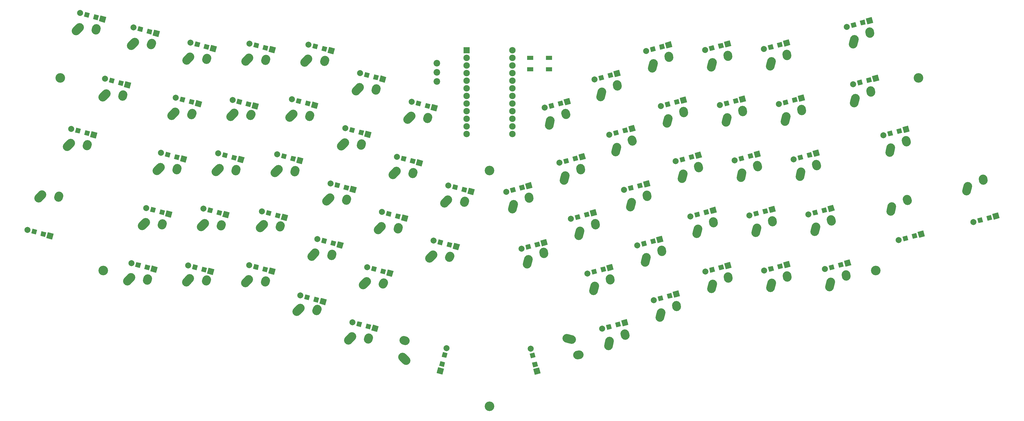
<source format=gbr>
%TF.GenerationSoftware,KiCad,Pcbnew,4.0.7*%
%TF.CreationDate,2018-09-12T19:18:30-05:00*%
%TF.ProjectId,ergo60tilt,6572676F363074696C742E6B69636164,rev?*%
%TF.FileFunction,Soldermask,Bot*%
%FSLAX46Y46*%
G04 Gerber Fmt 4.6, Leading zero omitted, Abs format (unit mm)*
G04 Created by KiCad (PCBNEW 4.0.7) date 09/12/18 19:18:30*
%MOMM*%
%LPD*%
G01*
G04 APERTURE LIST*
%ADD10C,0.100000*%
%ADD11C,2.000000*%
%ADD12C,3.200000*%
%ADD13C,2.900000*%
%ADD14R,2.100000X1.400000*%
%ADD15R,2.152600X2.152600*%
%ADD16C,2.152600*%
%ADD17C,2.200000*%
G04 APERTURE END LIST*
D10*
G36*
X31210839Y-18878735D02*
X30796728Y-20424216D01*
X29251247Y-20010105D01*
X29665358Y-18464624D01*
X31210839Y-18878735D01*
X31210839Y-18878735D01*
G37*
G36*
X34253505Y-19694015D02*
X33839394Y-21239496D01*
X32293913Y-20825385D01*
X32708024Y-19279904D01*
X34253505Y-19694015D01*
X34253505Y-19694015D01*
G37*
G36*
X36744232Y-20154347D02*
X36226594Y-22086199D01*
X34294742Y-21568561D01*
X34812380Y-19636709D01*
X36744232Y-20154347D01*
X36744232Y-20154347D01*
G37*
D11*
X27985265Y-18842666D03*
D10*
G36*
X49036699Y-23655159D02*
X48622588Y-25200640D01*
X47077107Y-24786529D01*
X47491218Y-23241048D01*
X49036699Y-23655159D01*
X49036699Y-23655159D01*
G37*
G36*
X52079365Y-24470439D02*
X51665254Y-26015920D01*
X50119773Y-25601809D01*
X50533884Y-24056328D01*
X52079365Y-24470439D01*
X52079365Y-24470439D01*
G37*
G36*
X54570092Y-24930771D02*
X54052454Y-26862623D01*
X52120602Y-26344985D01*
X52638240Y-24413133D01*
X54570092Y-24930771D01*
X54570092Y-24930771D01*
G37*
D11*
X45811125Y-23619090D03*
D10*
G36*
X39505974Y-40823420D02*
X39091863Y-42368901D01*
X37546382Y-41954790D01*
X37960493Y-40409309D01*
X39505974Y-40823420D01*
X39505974Y-40823420D01*
G37*
G36*
X42548640Y-41638700D02*
X42134529Y-43184181D01*
X40589048Y-42770070D01*
X41003159Y-41224589D01*
X42548640Y-41638700D01*
X42548640Y-41638700D01*
G37*
G36*
X45039367Y-42099032D02*
X44521729Y-44030884D01*
X42589877Y-43513246D01*
X43107515Y-41581394D01*
X45039367Y-42099032D01*
X45039367Y-42099032D01*
G37*
D11*
X36280400Y-40787351D03*
D10*
G36*
X28250166Y-57529447D02*
X27836055Y-59074928D01*
X26290574Y-58660817D01*
X26704685Y-57115336D01*
X28250166Y-57529447D01*
X28250166Y-57529447D01*
G37*
G36*
X31292832Y-58344727D02*
X30878721Y-59890208D01*
X29333240Y-59476097D01*
X29747351Y-57930616D01*
X31292832Y-58344727D01*
X31292832Y-58344727D01*
G37*
G36*
X33783559Y-58805059D02*
X33265921Y-60736911D01*
X31334069Y-60219273D01*
X31851707Y-58287421D01*
X33783559Y-58805059D01*
X33783559Y-58805059D01*
G37*
D11*
X25024592Y-57493378D03*
D10*
G36*
X13676146Y-91219434D02*
X13262035Y-92764915D01*
X11716554Y-92350804D01*
X12130665Y-90805323D01*
X13676146Y-91219434D01*
X13676146Y-91219434D01*
G37*
G36*
X16718812Y-92034714D02*
X16304701Y-93580195D01*
X14759220Y-93166084D01*
X15173331Y-91620603D01*
X16718812Y-92034714D01*
X16718812Y-92034714D01*
G37*
G36*
X19209539Y-92495046D02*
X18691901Y-94426898D01*
X16760049Y-93909260D01*
X17277687Y-91977408D01*
X19209539Y-92495046D01*
X19209539Y-92495046D01*
G37*
D11*
X10450572Y-91183365D03*
D10*
G36*
X68012613Y-28739740D02*
X67598502Y-30285221D01*
X66053021Y-29871110D01*
X66467132Y-28325629D01*
X68012613Y-28739740D01*
X68012613Y-28739740D01*
G37*
G36*
X71055279Y-29555020D02*
X70641168Y-31100501D01*
X69095687Y-30686390D01*
X69509798Y-29140909D01*
X71055279Y-29555020D01*
X71055279Y-29555020D01*
G37*
G36*
X73546006Y-30015352D02*
X73028368Y-31947204D01*
X71096516Y-31429566D01*
X71614154Y-29497714D01*
X73546006Y-30015352D01*
X73546006Y-30015352D01*
G37*
D11*
X64787039Y-28703671D03*
D10*
G36*
X63082109Y-47140627D02*
X62667998Y-48686108D01*
X61122517Y-48271997D01*
X61536628Y-46726516D01*
X63082109Y-47140627D01*
X63082109Y-47140627D01*
G37*
G36*
X66124775Y-47955907D02*
X65710664Y-49501388D01*
X64165183Y-49087277D01*
X64579294Y-47541796D01*
X66124775Y-47955907D01*
X66124775Y-47955907D01*
G37*
G36*
X68615502Y-48416239D02*
X68097864Y-50348091D01*
X66166012Y-49830453D01*
X66683650Y-47898601D01*
X68615502Y-48416239D01*
X68615502Y-48416239D01*
G37*
D11*
X59856535Y-47104558D03*
D10*
G36*
X58151607Y-65541514D02*
X57737496Y-67086995D01*
X56192015Y-66672884D01*
X56606126Y-65127403D01*
X58151607Y-65541514D01*
X58151607Y-65541514D01*
G37*
G36*
X61194273Y-66356794D02*
X60780162Y-67902275D01*
X59234681Y-67488164D01*
X59648792Y-65942683D01*
X61194273Y-66356794D01*
X61194273Y-66356794D01*
G37*
G36*
X63685000Y-66817126D02*
X63167362Y-68748978D01*
X61235510Y-68231340D01*
X61753148Y-66299488D01*
X63685000Y-66817126D01*
X63685000Y-66817126D01*
G37*
D11*
X54926033Y-65505445D03*
D10*
G36*
X53221104Y-83942401D02*
X52806993Y-85487882D01*
X51261512Y-85073771D01*
X51675623Y-83528290D01*
X53221104Y-83942401D01*
X53221104Y-83942401D01*
G37*
G36*
X56263770Y-84757681D02*
X55849659Y-86303162D01*
X54304178Y-85889051D01*
X54718289Y-84343570D01*
X56263770Y-84757681D01*
X56263770Y-84757681D01*
G37*
G36*
X58754497Y-85218013D02*
X58236859Y-87149865D01*
X56305007Y-86632227D01*
X56822645Y-84700375D01*
X58754497Y-85218013D01*
X58754497Y-85218013D01*
G37*
D11*
X49995530Y-83906332D03*
D10*
G36*
X48290601Y-102343288D02*
X47876490Y-103888769D01*
X46331009Y-103474658D01*
X46745120Y-101929177D01*
X48290601Y-102343288D01*
X48290601Y-102343288D01*
G37*
G36*
X51333267Y-103158568D02*
X50919156Y-104704049D01*
X49373675Y-104289938D01*
X49787786Y-102744457D01*
X51333267Y-103158568D01*
X51333267Y-103158568D01*
G37*
G36*
X53823994Y-103618900D02*
X53306356Y-105550752D01*
X51374504Y-105033114D01*
X51892142Y-103101262D01*
X53823994Y-103618900D01*
X53823994Y-103618900D01*
G37*
D11*
X45065027Y-102307219D03*
D10*
G36*
X87646125Y-29070021D02*
X87232014Y-30615502D01*
X85686533Y-30201391D01*
X86100644Y-28655910D01*
X87646125Y-29070021D01*
X87646125Y-29070021D01*
G37*
G36*
X90688791Y-29885301D02*
X90274680Y-31430782D01*
X88729199Y-31016671D01*
X89143310Y-29471190D01*
X90688791Y-29885301D01*
X90688791Y-29885301D01*
G37*
G36*
X93179518Y-30345633D02*
X92661880Y-32277485D01*
X90730028Y-31759847D01*
X91247666Y-29827995D01*
X93179518Y-30345633D01*
X93179518Y-30345633D01*
G37*
D11*
X84420551Y-29033952D03*
D10*
G36*
X81986517Y-47891857D02*
X81572406Y-49437338D01*
X80026925Y-49023227D01*
X80441036Y-47477746D01*
X81986517Y-47891857D01*
X81986517Y-47891857D01*
G37*
G36*
X85029183Y-48707137D02*
X84615072Y-50252618D01*
X83069591Y-49838507D01*
X83483702Y-48293026D01*
X85029183Y-48707137D01*
X85029183Y-48707137D01*
G37*
G36*
X87519910Y-49167469D02*
X87002272Y-51099321D01*
X85070420Y-50581683D01*
X85588058Y-48649831D01*
X87519910Y-49167469D01*
X87519910Y-49167469D01*
G37*
D11*
X78760943Y-47855788D03*
D10*
G36*
X77210093Y-65717717D02*
X76795982Y-67263198D01*
X75250501Y-66849087D01*
X75664612Y-65303606D01*
X77210093Y-65717717D01*
X77210093Y-65717717D01*
G37*
G36*
X80252759Y-66532997D02*
X79838648Y-68078478D01*
X78293167Y-67664367D01*
X78707278Y-66118886D01*
X80252759Y-66532997D01*
X80252759Y-66532997D01*
G37*
G36*
X82743486Y-66993329D02*
X82225848Y-68925181D01*
X80293996Y-68407543D01*
X80811634Y-66475691D01*
X82743486Y-66993329D01*
X82743486Y-66993329D01*
G37*
D11*
X73984519Y-65681648D03*
D10*
G36*
X72279590Y-84118603D02*
X71865479Y-85664084D01*
X70319998Y-85249973D01*
X70734109Y-83704492D01*
X72279590Y-84118603D01*
X72279590Y-84118603D01*
G37*
G36*
X75322256Y-84933883D02*
X74908145Y-86479364D01*
X73362664Y-86065253D01*
X73776775Y-84519772D01*
X75322256Y-84933883D01*
X75322256Y-84933883D01*
G37*
G36*
X77812983Y-85394215D02*
X77295345Y-87326067D01*
X75363493Y-86808429D01*
X75881131Y-84876577D01*
X77812983Y-85394215D01*
X77812983Y-85394215D01*
G37*
D11*
X69054016Y-84082534D03*
D10*
G36*
X67195008Y-103094518D02*
X66780897Y-104639999D01*
X65235416Y-104225888D01*
X65649527Y-102680407D01*
X67195008Y-103094518D01*
X67195008Y-103094518D01*
G37*
G36*
X70237674Y-103909798D02*
X69823563Y-105455279D01*
X68278082Y-105041168D01*
X68692193Y-103495687D01*
X70237674Y-103909798D01*
X70237674Y-103909798D01*
G37*
G36*
X72728401Y-104370130D02*
X72210763Y-106301982D01*
X70278911Y-105784344D01*
X70796549Y-103852492D01*
X72728401Y-104370130D01*
X72728401Y-104370130D01*
G37*
D11*
X63969434Y-103058449D03*
D10*
G36*
X107279638Y-29400302D02*
X106865527Y-30945783D01*
X105320046Y-30531672D01*
X105734157Y-28986191D01*
X107279638Y-29400302D01*
X107279638Y-29400302D01*
G37*
G36*
X110322304Y-30215582D02*
X109908193Y-31761063D01*
X108362712Y-31346952D01*
X108776823Y-29801471D01*
X110322304Y-30215582D01*
X110322304Y-30215582D01*
G37*
G36*
X112813031Y-30675914D02*
X112295393Y-32607766D01*
X110363541Y-32090128D01*
X110881179Y-30158276D01*
X112813031Y-30675914D01*
X112813031Y-30675914D01*
G37*
D11*
X104054064Y-29364233D03*
D10*
G36*
X101774108Y-47647111D02*
X101359997Y-49192592D01*
X99814516Y-48778481D01*
X100228627Y-47233000D01*
X101774108Y-47647111D01*
X101774108Y-47647111D01*
G37*
G36*
X104816774Y-48462391D02*
X104402663Y-50007872D01*
X102857182Y-49593761D01*
X103271293Y-48048280D01*
X104816774Y-48462391D01*
X104816774Y-48462391D01*
G37*
G36*
X107307501Y-48922723D02*
X106789863Y-50854575D01*
X104858011Y-50336937D01*
X105375649Y-48405085D01*
X107307501Y-48922723D01*
X107307501Y-48922723D01*
G37*
D11*
X98548534Y-47611042D03*
D10*
G36*
X96843605Y-66047998D02*
X96429494Y-67593479D01*
X94884013Y-67179368D01*
X95298124Y-65633887D01*
X96843605Y-66047998D01*
X96843605Y-66047998D01*
G37*
G36*
X99886271Y-66863278D02*
X99472160Y-68408759D01*
X97926679Y-67994648D01*
X98340790Y-66449167D01*
X99886271Y-66863278D01*
X99886271Y-66863278D01*
G37*
G36*
X102376998Y-67323610D02*
X101859360Y-69255462D01*
X99927508Y-68737824D01*
X100445146Y-66805972D01*
X102376998Y-67323610D01*
X102376998Y-67323610D01*
G37*
D11*
X93618031Y-66011929D03*
D10*
G36*
X91759024Y-85023912D02*
X91344913Y-86569393D01*
X89799432Y-86155282D01*
X90213543Y-84609801D01*
X91759024Y-85023912D01*
X91759024Y-85023912D01*
G37*
G36*
X94801690Y-85839192D02*
X94387579Y-87384673D01*
X92842098Y-86970562D01*
X93256209Y-85425081D01*
X94801690Y-85839192D01*
X94801690Y-85839192D01*
G37*
G36*
X97292417Y-86299524D02*
X96774779Y-88231376D01*
X94842927Y-87713738D01*
X95360565Y-85781886D01*
X97292417Y-86299524D01*
X97292417Y-86299524D01*
G37*
D11*
X88533450Y-84987843D03*
D10*
G36*
X87557627Y-103003850D02*
X87143516Y-104549331D01*
X85598035Y-104135220D01*
X86012146Y-102589739D01*
X87557627Y-103003850D01*
X87557627Y-103003850D01*
G37*
G36*
X90600293Y-103819130D02*
X90186182Y-105364611D01*
X88640701Y-104950500D01*
X89054812Y-103405019D01*
X90600293Y-103819130D01*
X90600293Y-103819130D01*
G37*
G36*
X93091020Y-104279462D02*
X92573382Y-106211314D01*
X90641530Y-105693676D01*
X91159168Y-103761824D01*
X93091020Y-104279462D01*
X93091020Y-104279462D01*
G37*
D11*
X84332053Y-102967781D03*
D10*
G36*
X124447900Y-38931027D02*
X124033789Y-40476508D01*
X122488308Y-40062397D01*
X122902419Y-38516916D01*
X124447900Y-38931027D01*
X124447900Y-38931027D01*
G37*
G36*
X127490566Y-39746307D02*
X127076455Y-41291788D01*
X125530974Y-40877677D01*
X125945085Y-39332196D01*
X127490566Y-39746307D01*
X127490566Y-39746307D01*
G37*
G36*
X129981293Y-40206639D02*
X129463655Y-42138491D01*
X127531803Y-41620853D01*
X128049441Y-39689001D01*
X129981293Y-40206639D01*
X129981293Y-40206639D01*
G37*
D11*
X121222326Y-38894958D03*
D10*
G36*
X119517397Y-57331914D02*
X119103286Y-58877395D01*
X117557805Y-58463284D01*
X117971916Y-56917803D01*
X119517397Y-57331914D01*
X119517397Y-57331914D01*
G37*
G36*
X122560063Y-58147194D02*
X122145952Y-59692675D01*
X120600471Y-59278564D01*
X121014582Y-57733083D01*
X122560063Y-58147194D01*
X122560063Y-58147194D01*
G37*
G36*
X125050790Y-58607526D02*
X124533152Y-60539378D01*
X122601300Y-60021740D01*
X123118938Y-58089888D01*
X125050790Y-58607526D01*
X125050790Y-58607526D01*
G37*
D11*
X116291823Y-57295845D03*
D10*
G36*
X114586894Y-75732800D02*
X114172783Y-77278281D01*
X112627302Y-76864170D01*
X113041413Y-75318689D01*
X114586894Y-75732800D01*
X114586894Y-75732800D01*
G37*
G36*
X117629560Y-76548080D02*
X117215449Y-78093561D01*
X115669968Y-77679450D01*
X116084079Y-76133969D01*
X117629560Y-76548080D01*
X117629560Y-76548080D01*
G37*
G36*
X120120287Y-77008412D02*
X119602649Y-78940264D01*
X117670797Y-78422626D01*
X118188435Y-76490774D01*
X120120287Y-77008412D01*
X120120287Y-77008412D01*
G37*
D11*
X111361320Y-75696731D03*
D10*
G36*
X110231419Y-94287766D02*
X109817308Y-95833247D01*
X108271827Y-95419136D01*
X108685938Y-93873655D01*
X110231419Y-94287766D01*
X110231419Y-94287766D01*
G37*
G36*
X113274085Y-95103046D02*
X112859974Y-96648527D01*
X111314493Y-96234416D01*
X111728604Y-94688935D01*
X113274085Y-95103046D01*
X113274085Y-95103046D01*
G37*
G36*
X115764812Y-95563378D02*
X115247174Y-97495230D01*
X113315322Y-96977592D01*
X113832960Y-95045740D01*
X115764812Y-95563378D01*
X115764812Y-95563378D01*
G37*
D11*
X107005845Y-94251697D03*
D10*
G36*
X104571810Y-113109601D02*
X104157699Y-114655082D01*
X102612218Y-114240971D01*
X103026329Y-112695490D01*
X104571810Y-113109601D01*
X104571810Y-113109601D01*
G37*
G36*
X107614476Y-113924881D02*
X107200365Y-115470362D01*
X105654884Y-115056251D01*
X106068995Y-113510770D01*
X107614476Y-113924881D01*
X107614476Y-113924881D01*
G37*
G36*
X110105203Y-114385213D02*
X109587565Y-116317065D01*
X107655713Y-115799427D01*
X108173351Y-113867575D01*
X110105203Y-114385213D01*
X110105203Y-114385213D01*
G37*
D11*
X101346236Y-113073532D03*
D10*
G36*
X141616161Y-48461752D02*
X141202050Y-50007233D01*
X139656569Y-49593122D01*
X140070680Y-48047641D01*
X141616161Y-48461752D01*
X141616161Y-48461752D01*
G37*
G36*
X144658827Y-49277032D02*
X144244716Y-50822513D01*
X142699235Y-50408402D01*
X143113346Y-48862921D01*
X144658827Y-49277032D01*
X144658827Y-49277032D01*
G37*
G36*
X147149554Y-49737364D02*
X146631916Y-51669216D01*
X144700064Y-51151578D01*
X145217702Y-49219726D01*
X147149554Y-49737364D01*
X147149554Y-49737364D01*
G37*
D11*
X138390587Y-48425683D03*
D10*
G36*
X136685658Y-66862638D02*
X136271547Y-68408119D01*
X134726066Y-67994008D01*
X135140177Y-66448527D01*
X136685658Y-66862638D01*
X136685658Y-66862638D01*
G37*
G36*
X139728324Y-67677918D02*
X139314213Y-69223399D01*
X137768732Y-68809288D01*
X138182843Y-67263807D01*
X139728324Y-67677918D01*
X139728324Y-67677918D01*
G37*
G36*
X142219051Y-68138250D02*
X141701413Y-70070102D01*
X139769561Y-69552464D01*
X140287199Y-67620612D01*
X142219051Y-68138250D01*
X142219051Y-68138250D01*
G37*
D11*
X133460084Y-66826569D03*
D10*
G36*
X131755155Y-85263525D02*
X131341044Y-86809006D01*
X129795563Y-86394895D01*
X130209674Y-84849414D01*
X131755155Y-85263525D01*
X131755155Y-85263525D01*
G37*
G36*
X134797821Y-86078805D02*
X134383710Y-87624286D01*
X132838229Y-87210175D01*
X133252340Y-85664694D01*
X134797821Y-86078805D01*
X134797821Y-86078805D01*
G37*
G36*
X137288548Y-86539137D02*
X136770910Y-88470989D01*
X134839058Y-87953351D01*
X135356696Y-86021499D01*
X137288548Y-86539137D01*
X137288548Y-86539137D01*
G37*
D11*
X128529581Y-85227456D03*
D10*
G36*
X126824653Y-103664413D02*
X126410542Y-105209894D01*
X124865061Y-104795783D01*
X125279172Y-103250302D01*
X126824653Y-103664413D01*
X126824653Y-103664413D01*
G37*
G36*
X129867319Y-104479693D02*
X129453208Y-106025174D01*
X127907727Y-105611063D01*
X128321838Y-104065582D01*
X129867319Y-104479693D01*
X129867319Y-104479693D01*
G37*
G36*
X132358046Y-104940025D02*
X131840408Y-106871877D01*
X129908556Y-106354239D01*
X130426194Y-104422387D01*
X132358046Y-104940025D01*
X132358046Y-104940025D01*
G37*
D11*
X123599079Y-103628344D03*
D10*
G36*
X121894150Y-122065299D02*
X121480039Y-123610780D01*
X119934558Y-123196669D01*
X120348669Y-121651188D01*
X121894150Y-122065299D01*
X121894150Y-122065299D01*
G37*
G36*
X124936816Y-122880579D02*
X124522705Y-124426060D01*
X122977224Y-124011949D01*
X123391335Y-122466468D01*
X124936816Y-122880579D01*
X124936816Y-122880579D01*
G37*
G36*
X127427543Y-123340911D02*
X126909905Y-125272763D01*
X124978053Y-124755125D01*
X125495691Y-122823273D01*
X127427543Y-123340911D01*
X127427543Y-123340911D01*
G37*
D11*
X118668576Y-122029230D03*
D10*
G36*
X153853919Y-76393363D02*
X153439808Y-77938844D01*
X151894327Y-77524733D01*
X152308438Y-75979252D01*
X153853919Y-76393363D01*
X153853919Y-76393363D01*
G37*
G36*
X156896585Y-77208643D02*
X156482474Y-78754124D01*
X154936993Y-78340013D01*
X155351104Y-76794532D01*
X156896585Y-77208643D01*
X156896585Y-77208643D01*
G37*
G36*
X159387312Y-77668975D02*
X158869674Y-79600827D01*
X156937822Y-79083189D01*
X157455460Y-77151337D01*
X159387312Y-77668975D01*
X159387312Y-77668975D01*
G37*
D11*
X150628345Y-76357294D03*
D10*
G36*
X148923417Y-94794250D02*
X148509306Y-96339731D01*
X146963825Y-95925620D01*
X147377936Y-94380139D01*
X148923417Y-94794250D01*
X148923417Y-94794250D01*
G37*
G36*
X151966083Y-95609530D02*
X151551972Y-97155011D01*
X150006491Y-96740900D01*
X150420602Y-95195419D01*
X151966083Y-95609530D01*
X151966083Y-95609530D01*
G37*
G36*
X154456810Y-96069862D02*
X153939172Y-98001714D01*
X152007320Y-97484076D01*
X152524958Y-95552224D01*
X154456810Y-96069862D01*
X154456810Y-96069862D01*
G37*
D11*
X145697843Y-94758181D03*
D10*
G36*
X149931795Y-133918035D02*
X148386314Y-133503924D01*
X148800425Y-131958443D01*
X150345906Y-132372554D01*
X149931795Y-133918035D01*
X149931795Y-133918035D01*
G37*
G36*
X149116515Y-136960701D02*
X147571034Y-136546590D01*
X147985145Y-135001109D01*
X149530626Y-135415220D01*
X149116515Y-136960701D01*
X149116515Y-136960701D01*
G37*
G36*
X148656183Y-139451428D02*
X146724331Y-138933790D01*
X147241969Y-137001938D01*
X149173821Y-137519576D01*
X148656183Y-139451428D01*
X148656183Y-139451428D01*
G37*
D11*
X149967864Y-130692461D03*
D10*
G36*
X194197664Y-85935450D02*
X194611775Y-87480931D01*
X193066294Y-87895042D01*
X192652183Y-86349561D01*
X194197664Y-85935450D01*
X194197664Y-85935450D01*
G37*
G36*
X197240330Y-85120170D02*
X197654441Y-86665651D01*
X196108960Y-87079762D01*
X195694849Y-85534281D01*
X197240330Y-85120170D01*
X197240330Y-85120170D01*
G37*
G36*
X199627530Y-84273467D02*
X200145168Y-86205319D01*
X198213316Y-86722957D01*
X197695678Y-84791105D01*
X199627530Y-84273467D01*
X199627530Y-84273467D01*
G37*
D11*
X191386201Y-87517000D03*
D10*
G36*
X199703196Y-104182259D02*
X200117307Y-105727740D01*
X198571826Y-106141851D01*
X198157715Y-104596370D01*
X199703196Y-104182259D01*
X199703196Y-104182259D01*
G37*
G36*
X202745862Y-103366979D02*
X203159973Y-104912460D01*
X201614492Y-105326571D01*
X201200381Y-103781090D01*
X202745862Y-103366979D01*
X202745862Y-103366979D01*
G37*
G36*
X205133062Y-102520276D02*
X205650700Y-104452128D01*
X203718848Y-104969766D01*
X203201210Y-103037914D01*
X205133062Y-102520276D01*
X205133062Y-102520276D01*
G37*
D11*
X196891733Y-105763809D03*
D10*
G36*
X204633699Y-122583146D02*
X205047810Y-124128627D01*
X203502329Y-124542738D01*
X203088218Y-122997257D01*
X204633699Y-122583146D01*
X204633699Y-122583146D01*
G37*
G36*
X207676365Y-121767866D02*
X208090476Y-123313347D01*
X206544995Y-123727458D01*
X206130884Y-122181977D01*
X207676365Y-121767866D01*
X207676365Y-121767866D01*
G37*
G36*
X210063565Y-120921163D02*
X210581203Y-122853015D01*
X208649351Y-123370653D01*
X208131713Y-121438801D01*
X210063565Y-120921163D01*
X210063565Y-120921163D01*
G37*
D11*
X201822236Y-124164696D03*
D10*
G36*
X172673929Y-76911209D02*
X173088040Y-78456690D01*
X171542559Y-78870801D01*
X171128448Y-77325320D01*
X172673929Y-76911209D01*
X172673929Y-76911209D01*
G37*
G36*
X175716595Y-76095929D02*
X176130706Y-77641410D01*
X174585225Y-78055521D01*
X174171114Y-76510040D01*
X175716595Y-76095929D01*
X175716595Y-76095929D01*
G37*
G36*
X178103795Y-75249226D02*
X178621433Y-77181078D01*
X176689581Y-77698716D01*
X176171943Y-75766864D01*
X178103795Y-75249226D01*
X178103795Y-75249226D01*
G37*
D11*
X169862466Y-78492759D03*
D10*
G36*
X177758510Y-95887124D02*
X178172621Y-97432605D01*
X176627140Y-97846716D01*
X176213029Y-96301235D01*
X177758510Y-95887124D01*
X177758510Y-95887124D01*
G37*
G36*
X180801176Y-95071844D02*
X181215287Y-96617325D01*
X179669806Y-97031436D01*
X179255695Y-95485955D01*
X180801176Y-95071844D01*
X180801176Y-95071844D01*
G37*
G36*
X183188376Y-94225141D02*
X183706014Y-96156993D01*
X181774162Y-96674631D01*
X181256524Y-94742779D01*
X183188376Y-94225141D01*
X183188376Y-94225141D01*
G37*
D11*
X174947047Y-97468674D03*
D10*
G36*
X179638720Y-133620602D02*
X178093239Y-134034713D01*
X177679128Y-132489232D01*
X179224609Y-132075121D01*
X179638720Y-133620602D01*
X179638720Y-133620602D01*
G37*
G36*
X180454000Y-136663268D02*
X178908519Y-137077379D01*
X178494408Y-135531898D01*
X180039889Y-135117787D01*
X180454000Y-136663268D01*
X180454000Y-136663268D01*
G37*
G36*
X181300703Y-139050468D02*
X179368851Y-139568106D01*
X178851213Y-137636254D01*
X180783065Y-137118616D01*
X181300703Y-139050468D01*
X181300703Y-139050468D01*
G37*
D11*
X178057170Y-130809139D03*
D10*
G36*
X234039718Y-85120811D02*
X234453829Y-86666292D01*
X232908348Y-87080403D01*
X232494237Y-85534922D01*
X234039718Y-85120811D01*
X234039718Y-85120811D01*
G37*
G36*
X237082384Y-84305531D02*
X237496495Y-85851012D01*
X235951014Y-86265123D01*
X235536903Y-84719642D01*
X237082384Y-84305531D01*
X237082384Y-84305531D01*
G37*
G36*
X239469584Y-83458828D02*
X239987222Y-85390680D01*
X238055370Y-85908318D01*
X237537732Y-83976466D01*
X239469584Y-83458828D01*
X239469584Y-83458828D01*
G37*
D11*
X231228255Y-86702361D03*
D10*
G36*
X238970221Y-103521697D02*
X239384332Y-105067178D01*
X237838851Y-105481289D01*
X237424740Y-103935808D01*
X238970221Y-103521697D01*
X238970221Y-103521697D01*
G37*
G36*
X242012887Y-102706417D02*
X242426998Y-104251898D01*
X240881517Y-104666009D01*
X240467406Y-103120528D01*
X242012887Y-102706417D01*
X242012887Y-102706417D01*
G37*
G36*
X244400087Y-101859714D02*
X244917725Y-103791566D01*
X242985873Y-104309204D01*
X242468235Y-102377352D01*
X244400087Y-101859714D01*
X244400087Y-101859714D01*
G37*
D11*
X236158758Y-105103247D03*
D10*
G36*
X202079949Y-39448873D02*
X202494060Y-40994354D01*
X200948579Y-41408465D01*
X200534468Y-39862984D01*
X202079949Y-39448873D01*
X202079949Y-39448873D01*
G37*
G36*
X205122615Y-38633593D02*
X205536726Y-40179074D01*
X203991245Y-40593185D01*
X203577134Y-39047704D01*
X205122615Y-38633593D01*
X205122615Y-38633593D01*
G37*
G36*
X207509815Y-37786890D02*
X208027453Y-39718742D01*
X206095601Y-40236380D01*
X205577963Y-38304528D01*
X207509815Y-37786890D01*
X207509815Y-37786890D01*
G37*
D11*
X199268486Y-41030423D03*
D10*
G36*
X207010452Y-57849761D02*
X207424563Y-59395242D01*
X205879082Y-59809353D01*
X205464971Y-58263872D01*
X207010452Y-57849761D01*
X207010452Y-57849761D01*
G37*
G36*
X210053118Y-57034481D02*
X210467229Y-58579962D01*
X208921748Y-58994073D01*
X208507637Y-57448592D01*
X210053118Y-57034481D01*
X210053118Y-57034481D01*
G37*
G36*
X212440318Y-56187778D02*
X212957956Y-58119630D01*
X211026104Y-58637268D01*
X210508466Y-56705416D01*
X212440318Y-56187778D01*
X212440318Y-56187778D01*
G37*
D11*
X204198989Y-59431311D03*
D10*
G36*
X211940954Y-76250648D02*
X212355065Y-77796129D01*
X210809584Y-78210240D01*
X210395473Y-76664759D01*
X211940954Y-76250648D01*
X211940954Y-76250648D01*
G37*
G36*
X214983620Y-75435368D02*
X215397731Y-76980849D01*
X213852250Y-77394960D01*
X213438139Y-75849479D01*
X214983620Y-75435368D01*
X214983620Y-75435368D01*
G37*
G36*
X217370820Y-74588665D02*
X217888458Y-76520517D01*
X215956606Y-77038155D01*
X215438968Y-75106303D01*
X217370820Y-74588665D01*
X217370820Y-74588665D01*
G37*
D11*
X209129491Y-77832198D03*
D10*
G36*
X216296428Y-94805613D02*
X216710539Y-96351094D01*
X215165058Y-96765205D01*
X214750947Y-95219724D01*
X216296428Y-94805613D01*
X216296428Y-94805613D01*
G37*
G36*
X219339094Y-93990333D02*
X219753205Y-95535814D01*
X218207724Y-95949925D01*
X217793613Y-94404444D01*
X219339094Y-93990333D01*
X219339094Y-93990333D01*
G37*
G36*
X221726294Y-93143630D02*
X222243932Y-95075482D01*
X220312080Y-95593120D01*
X219794442Y-93661268D01*
X221726294Y-93143630D01*
X221726294Y-93143630D01*
G37*
D11*
X213484965Y-96387163D03*
D10*
G36*
X221801960Y-113052422D02*
X222216071Y-114597903D01*
X220670590Y-115012014D01*
X220256479Y-113466533D01*
X221801960Y-113052422D01*
X221801960Y-113052422D01*
G37*
G36*
X224844626Y-112237142D02*
X225258737Y-113782623D01*
X223713256Y-114196734D01*
X223299145Y-112651253D01*
X224844626Y-112237142D01*
X224844626Y-112237142D01*
G37*
G36*
X227231826Y-111390439D02*
X227749464Y-113322291D01*
X225817612Y-113839929D01*
X225299974Y-111908077D01*
X227231826Y-111390439D01*
X227231826Y-111390439D01*
G37*
D11*
X218990497Y-114633972D03*
D10*
G36*
X185486714Y-48825520D02*
X185900825Y-50371001D01*
X184355344Y-50785112D01*
X183941233Y-49239631D01*
X185486714Y-48825520D01*
X185486714Y-48825520D01*
G37*
G36*
X188529380Y-48010240D02*
X188943491Y-49555721D01*
X187398010Y-49969832D01*
X186983899Y-48424351D01*
X188529380Y-48010240D01*
X188529380Y-48010240D01*
G37*
G36*
X190916580Y-47163537D02*
X191434218Y-49095389D01*
X189502366Y-49613027D01*
X188984728Y-47681175D01*
X190916580Y-47163537D01*
X190916580Y-47163537D01*
G37*
D11*
X182675251Y-50407070D03*
D10*
G36*
X190417217Y-67226407D02*
X190831328Y-68771888D01*
X189285847Y-69185999D01*
X188871736Y-67640518D01*
X190417217Y-67226407D01*
X190417217Y-67226407D01*
G37*
G36*
X193459883Y-66411127D02*
X193873994Y-67956608D01*
X192328513Y-68370719D01*
X191914402Y-66825238D01*
X193459883Y-66411127D01*
X193459883Y-66411127D01*
G37*
G36*
X195847083Y-65564424D02*
X196364721Y-67496276D01*
X194432869Y-68013914D01*
X193915231Y-66082062D01*
X195847083Y-65564424D01*
X195847083Y-65564424D01*
G37*
D11*
X187605754Y-68807957D03*
D10*
G36*
X278812273Y-102707057D02*
X279226384Y-104252538D01*
X277680903Y-104666649D01*
X277266792Y-103121168D01*
X278812273Y-102707057D01*
X278812273Y-102707057D01*
G37*
G36*
X281854939Y-101891777D02*
X282269050Y-103437258D01*
X280723569Y-103851369D01*
X280309458Y-102305888D01*
X281854939Y-101891777D01*
X281854939Y-101891777D01*
G37*
G36*
X284242139Y-101045074D02*
X284759777Y-102976926D01*
X282827925Y-103494564D01*
X282310287Y-101562712D01*
X284242139Y-101045074D01*
X284242139Y-101045074D01*
G37*
D11*
X276000810Y-104288607D03*
D10*
G36*
X238881722Y-29587868D02*
X239295833Y-31133349D01*
X237750352Y-31547460D01*
X237336241Y-30001979D01*
X238881722Y-29587868D01*
X238881722Y-29587868D01*
G37*
G36*
X241924388Y-28772588D02*
X242338499Y-30318069D01*
X240793018Y-30732180D01*
X240378907Y-29186699D01*
X241924388Y-28772588D01*
X241924388Y-28772588D01*
G37*
G36*
X244311588Y-27925885D02*
X244829226Y-29857737D01*
X242897374Y-30375375D01*
X242379736Y-28443523D01*
X244311588Y-27925885D01*
X244311588Y-27925885D01*
G37*
D11*
X236070259Y-31169418D03*
D10*
G36*
X243812225Y-47988755D02*
X244226336Y-49534236D01*
X242680855Y-49948347D01*
X242266744Y-48402866D01*
X243812225Y-47988755D01*
X243812225Y-47988755D01*
G37*
G36*
X246854891Y-47173475D02*
X247269002Y-48718956D01*
X245723521Y-49133067D01*
X245309410Y-47587586D01*
X246854891Y-47173475D01*
X246854891Y-47173475D01*
G37*
G36*
X249242091Y-46326772D02*
X249759729Y-48258624D01*
X247827877Y-48776262D01*
X247310239Y-46844410D01*
X249242091Y-46326772D01*
X249242091Y-46326772D01*
G37*
D11*
X241000762Y-49570305D03*
D10*
G36*
X248742728Y-66389642D02*
X249156839Y-67935123D01*
X247611358Y-68349234D01*
X247197247Y-66803753D01*
X248742728Y-66389642D01*
X248742728Y-66389642D01*
G37*
G36*
X251785394Y-65574362D02*
X252199505Y-67119843D01*
X250654024Y-67533954D01*
X250239913Y-65988473D01*
X251785394Y-65574362D01*
X251785394Y-65574362D01*
G37*
G36*
X254172594Y-64727659D02*
X254690232Y-66659511D01*
X252758380Y-67177149D01*
X252240742Y-65245297D01*
X254172594Y-64727659D01*
X254172594Y-64727659D01*
G37*
D11*
X245931265Y-67971192D03*
D10*
G36*
X253673231Y-84790529D02*
X254087342Y-86336010D01*
X252541861Y-86750121D01*
X252127750Y-85204640D01*
X253673231Y-84790529D01*
X253673231Y-84790529D01*
G37*
G36*
X256715897Y-83975249D02*
X257130008Y-85520730D01*
X255584527Y-85934841D01*
X255170416Y-84389360D01*
X256715897Y-83975249D01*
X256715897Y-83975249D01*
G37*
G36*
X259103097Y-83128546D02*
X259620735Y-85060398D01*
X257688883Y-85578036D01*
X257171245Y-83646184D01*
X259103097Y-83128546D01*
X259103097Y-83128546D01*
G37*
D11*
X250861768Y-86372079D03*
D10*
G36*
X258603733Y-103191416D02*
X259017844Y-104736897D01*
X257472363Y-105151008D01*
X257058252Y-103605527D01*
X258603733Y-103191416D01*
X258603733Y-103191416D01*
G37*
G36*
X261646399Y-102376136D02*
X262060510Y-103921617D01*
X260515029Y-104335728D01*
X260100918Y-102790247D01*
X261646399Y-102376136D01*
X261646399Y-102376136D01*
G37*
G36*
X264033599Y-101529433D02*
X264551237Y-103461285D01*
X262619385Y-103978923D01*
X262101747Y-102047071D01*
X264033599Y-101529433D01*
X264033599Y-101529433D01*
G37*
D11*
X255792270Y-104772966D03*
D10*
G36*
X219248210Y-29918150D02*
X219662321Y-31463631D01*
X218116840Y-31877742D01*
X217702729Y-30332261D01*
X219248210Y-29918150D01*
X219248210Y-29918150D01*
G37*
G36*
X222290876Y-29102870D02*
X222704987Y-30648351D01*
X221159506Y-31062462D01*
X220745395Y-29516981D01*
X222290876Y-29102870D01*
X222290876Y-29102870D01*
G37*
G36*
X224678076Y-28256167D02*
X225195714Y-30188019D01*
X223263862Y-30705657D01*
X222746224Y-28773805D01*
X224678076Y-28256167D01*
X224678076Y-28256167D01*
G37*
D11*
X216436747Y-31499700D03*
D10*
G36*
X224178713Y-48319036D02*
X224592824Y-49864517D01*
X223047343Y-50278628D01*
X222633232Y-48733147D01*
X224178713Y-48319036D01*
X224178713Y-48319036D01*
G37*
G36*
X227221379Y-47503756D02*
X227635490Y-49049237D01*
X226090009Y-49463348D01*
X225675898Y-47917867D01*
X227221379Y-47503756D01*
X227221379Y-47503756D01*
G37*
G36*
X229608579Y-46657053D02*
X230126217Y-48588905D01*
X228194365Y-49106543D01*
X227676727Y-47174691D01*
X229608579Y-46657053D01*
X229608579Y-46657053D01*
G37*
D11*
X221367250Y-49900586D03*
D10*
G36*
X229109216Y-66719923D02*
X229523327Y-68265404D01*
X227977846Y-68679515D01*
X227563735Y-67134034D01*
X229109216Y-66719923D01*
X229109216Y-66719923D01*
G37*
G36*
X232151882Y-65904643D02*
X232565993Y-67450124D01*
X231020512Y-67864235D01*
X230606401Y-66318754D01*
X232151882Y-65904643D01*
X232151882Y-65904643D01*
G37*
G36*
X234539082Y-65057940D02*
X235056720Y-66989792D01*
X233124868Y-67507430D01*
X232607230Y-65575578D01*
X234539082Y-65057940D01*
X234539082Y-65057940D01*
G37*
D11*
X226297753Y-68301473D03*
D10*
G36*
X286116566Y-21861833D02*
X286530677Y-23407314D01*
X284985196Y-23821425D01*
X284571085Y-22275944D01*
X286116566Y-21861833D01*
X286116566Y-21861833D01*
G37*
G36*
X289159232Y-21046553D02*
X289573343Y-22592034D01*
X288027862Y-23006145D01*
X287613751Y-21460664D01*
X289159232Y-21046553D01*
X289159232Y-21046553D01*
G37*
G36*
X291546432Y-20199850D02*
X292064070Y-22131702D01*
X290132218Y-22649340D01*
X289614580Y-20717488D01*
X291546432Y-20199850D01*
X291546432Y-20199850D01*
G37*
D11*
X283305103Y-23443383D03*
D10*
G36*
X288171929Y-41033111D02*
X288586040Y-42578592D01*
X287040559Y-42992703D01*
X286626448Y-41447222D01*
X288171929Y-41033111D01*
X288171929Y-41033111D01*
G37*
G36*
X291214595Y-40217831D02*
X291628706Y-41763312D01*
X290083225Y-42177423D01*
X289669114Y-40631942D01*
X291214595Y-40217831D01*
X291214595Y-40217831D01*
G37*
G36*
X293601795Y-39371128D02*
X294119433Y-41302980D01*
X292187581Y-41820618D01*
X291669943Y-39888766D01*
X293601795Y-39371128D01*
X293601795Y-39371128D01*
G37*
D11*
X285360466Y-42614661D03*
D10*
G36*
X298277682Y-58047294D02*
X298691793Y-59592775D01*
X297146312Y-60006886D01*
X296732201Y-58461405D01*
X298277682Y-58047294D01*
X298277682Y-58047294D01*
G37*
G36*
X301320348Y-57232014D02*
X301734459Y-58777495D01*
X300188978Y-59191606D01*
X299774867Y-57646125D01*
X301320348Y-57232014D01*
X301320348Y-57232014D01*
G37*
G36*
X303707548Y-56385311D02*
X304225186Y-58317163D01*
X302293334Y-58834801D01*
X301775696Y-56902949D01*
X303707548Y-56385311D01*
X303707548Y-56385311D01*
G37*
D11*
X295466219Y-59628844D03*
D10*
G36*
X303343102Y-93052477D02*
X303757213Y-94597958D01*
X302211732Y-95012069D01*
X301797621Y-93466588D01*
X303343102Y-93052477D01*
X303343102Y-93052477D01*
G37*
G36*
X306385768Y-92237197D02*
X306799879Y-93782678D01*
X305254398Y-94196789D01*
X304840287Y-92651308D01*
X306385768Y-92237197D01*
X306385768Y-92237197D01*
G37*
G36*
X308772968Y-91390494D02*
X309290606Y-93322346D01*
X307358754Y-93839984D01*
X306841116Y-91908132D01*
X308772968Y-91390494D01*
X308772968Y-91390494D01*
G37*
D11*
X300531639Y-94634027D03*
D10*
G36*
X328223373Y-87002141D02*
X328637484Y-88547622D01*
X327092003Y-88961733D01*
X326677892Y-87416252D01*
X328223373Y-87002141D01*
X328223373Y-87002141D01*
G37*
G36*
X331266039Y-86186861D02*
X331680150Y-87732342D01*
X330134669Y-88146453D01*
X329720558Y-86600972D01*
X331266039Y-86186861D01*
X331266039Y-86186861D01*
G37*
G36*
X333653239Y-85340158D02*
X334170877Y-87272010D01*
X332239025Y-87789648D01*
X331721387Y-85857796D01*
X333653239Y-85340158D01*
X333653239Y-85340158D01*
G37*
D11*
X325411910Y-88583691D03*
D10*
G36*
X258515235Y-29257587D02*
X258929346Y-30803068D01*
X257383865Y-31217179D01*
X256969754Y-29671698D01*
X258515235Y-29257587D01*
X258515235Y-29257587D01*
G37*
G36*
X261557901Y-28442307D02*
X261972012Y-29987788D01*
X260426531Y-30401899D01*
X260012420Y-28856418D01*
X261557901Y-28442307D01*
X261557901Y-28442307D01*
G37*
G36*
X263945101Y-27595604D02*
X264462739Y-29527456D01*
X262530887Y-30045094D01*
X262013249Y-28113242D01*
X263945101Y-27595604D01*
X263945101Y-27595604D01*
G37*
D11*
X255703772Y-30839137D03*
D10*
G36*
X263445738Y-47658475D02*
X263859849Y-49203956D01*
X262314368Y-49618067D01*
X261900257Y-48072586D01*
X263445738Y-47658475D01*
X263445738Y-47658475D01*
G37*
G36*
X266488404Y-46843195D02*
X266902515Y-48388676D01*
X265357034Y-48802787D01*
X264942923Y-47257306D01*
X266488404Y-46843195D01*
X266488404Y-46843195D01*
G37*
G36*
X268875604Y-45996492D02*
X269393242Y-47928344D01*
X267461390Y-48445982D01*
X266943752Y-46514130D01*
X268875604Y-45996492D01*
X268875604Y-45996492D01*
G37*
D11*
X260634275Y-49240025D03*
D10*
G36*
X268376241Y-66059361D02*
X268790352Y-67604842D01*
X267244871Y-68018953D01*
X266830760Y-66473472D01*
X268376241Y-66059361D01*
X268376241Y-66059361D01*
G37*
G36*
X271418907Y-65244081D02*
X271833018Y-66789562D01*
X270287537Y-67203673D01*
X269873426Y-65658192D01*
X271418907Y-65244081D01*
X271418907Y-65244081D01*
G37*
G36*
X273806107Y-64397378D02*
X274323745Y-66329230D01*
X272391893Y-66846868D01*
X271874255Y-64915016D01*
X273806107Y-64397378D01*
X273806107Y-64397378D01*
G37*
D11*
X265564778Y-67640911D03*
D10*
G36*
X273306744Y-84460248D02*
X273720855Y-86005729D01*
X272175374Y-86419840D01*
X271761263Y-84874359D01*
X273306744Y-84460248D01*
X273306744Y-84460248D01*
G37*
G36*
X276349410Y-83644968D02*
X276763521Y-85190449D01*
X275218040Y-85604560D01*
X274803929Y-84059079D01*
X276349410Y-83644968D01*
X276349410Y-83644968D01*
G37*
G36*
X278736610Y-82798265D02*
X279254248Y-84730117D01*
X277322396Y-85247755D01*
X276804758Y-83315903D01*
X278736610Y-82798265D01*
X278736610Y-82798265D01*
G37*
D11*
X270495281Y-86041798D03*
D12*
X35718750Y-104775000D03*
X164306250Y-71437500D03*
X292893750Y-104775000D03*
X164306250Y-150018750D03*
X21431250Y-40481250D03*
X307181250Y-40481250D03*
D13*
X258194489Y-34996869D02*
X257789065Y-36616909D01*
X263265652Y-32520604D02*
X263377314Y-33089754D01*
X64614368Y-33475051D02*
X63453240Y-34675335D01*
X70244255Y-33866123D02*
X70056383Y-34414853D01*
X84247881Y-33805332D02*
X83086753Y-35005616D01*
X89877768Y-34196404D02*
X89689896Y-34745134D01*
X103881393Y-34135613D02*
X102720265Y-35335897D01*
X109511280Y-34526685D02*
X109323408Y-35075415D01*
X121049655Y-43666337D02*
X119888527Y-44866621D01*
X126679542Y-44057409D02*
X126491670Y-44606139D01*
X138217916Y-53197062D02*
X137056788Y-54397346D01*
X143847803Y-53588134D02*
X143659931Y-54136864D01*
X184590940Y-54718880D02*
X184185516Y-56338920D01*
X189662103Y-52242615D02*
X189773765Y-52811765D01*
X201759201Y-45188155D02*
X201353777Y-46808195D01*
X206830364Y-42711890D02*
X206942026Y-43281040D01*
X218927464Y-35657431D02*
X218522040Y-37277471D01*
X223998627Y-33181166D02*
X224110289Y-33750316D01*
X238560976Y-35327150D02*
X238155552Y-36947190D01*
X243632139Y-32850885D02*
X243743801Y-33420035D01*
X54753363Y-70276825D02*
X53592235Y-71477109D01*
X60383250Y-70667897D02*
X60195378Y-71216627D01*
X123426408Y-108399723D02*
X122265280Y-109600007D01*
X129056295Y-108790795D02*
X128868423Y-109339525D01*
X285795819Y-27601114D02*
X285390395Y-29221154D01*
X290866982Y-25124849D02*
X290978644Y-25693999D01*
X89089885Y-89338274D02*
X87928757Y-90538558D01*
X94719772Y-89729346D02*
X94531900Y-90278076D01*
X268055494Y-71798643D02*
X267650070Y-73418683D01*
X273126657Y-69322378D02*
X273238319Y-69891528D01*
X233718972Y-90860092D02*
X233313548Y-92480132D01*
X238790135Y-88383827D02*
X238901797Y-88952977D01*
X94020388Y-70937387D02*
X92859260Y-72137671D01*
X99650275Y-71328459D02*
X99462403Y-71877189D01*
X27812595Y-23614045D02*
X26651467Y-24814329D01*
X33442482Y-24005117D02*
X33254610Y-24553847D01*
X238649475Y-109260980D02*
X238244051Y-110881020D01*
X243720638Y-106784715D02*
X243832300Y-107353865D01*
X98950891Y-52536499D02*
X97789763Y-53736783D01*
X104580778Y-52927571D02*
X104392906Y-53476301D01*
X191699361Y-127807425D02*
X190079321Y-127402001D01*
X194175626Y-132878588D02*
X193606476Y-132990250D01*
X297956935Y-63786576D02*
X297551511Y-65406616D01*
X303028098Y-61310311D02*
X303139760Y-61879461D01*
X46213481Y-28544548D02*
X45052353Y-29744832D01*
X51843368Y-28935620D02*
X51655496Y-29484350D01*
X111188649Y-80468111D02*
X110027521Y-81668395D01*
X116818536Y-80859183D02*
X116630664Y-81407913D01*
X101327644Y-117269885D02*
X100166516Y-118470169D01*
X106957531Y-117660957D02*
X106769659Y-118209687D01*
X128356910Y-89998836D02*
X127195782Y-91199120D01*
X133986797Y-90389908D02*
X133798925Y-90938638D01*
X194451947Y-91520655D02*
X194046523Y-93140695D01*
X199523110Y-89044390D02*
X199634772Y-89613540D01*
X223857966Y-54058318D02*
X223452542Y-55678358D01*
X228929129Y-51582053D02*
X229040791Y-52151203D01*
X211620208Y-81989930D02*
X211214784Y-83609970D01*
X216691371Y-79513665D02*
X216803033Y-80082815D01*
X228788468Y-72459205D02*
X228383044Y-74079245D01*
X233859631Y-69982940D02*
X233971293Y-70552090D01*
X248421980Y-72128924D02*
X248016556Y-73748964D01*
X253493143Y-69652659D02*
X253604805Y-70221809D01*
X84159382Y-107739160D02*
X82998254Y-108939444D01*
X89789269Y-108130232D02*
X89601397Y-108678962D01*
X150455674Y-81128674D02*
X149294546Y-82328958D01*
X156085561Y-81519746D02*
X155897689Y-82068476D01*
X44892357Y-107078599D02*
X43731229Y-108278883D01*
X50522244Y-107469671D02*
X50334372Y-108018401D01*
X221481213Y-118791703D02*
X221075789Y-120411743D01*
X226552376Y-116315438D02*
X226664038Y-116884588D01*
X118495905Y-126800610D02*
X117334777Y-128000894D01*
X124125792Y-127191682D02*
X123937920Y-127740412D01*
X216550711Y-100390817D02*
X216145287Y-102010857D01*
X221621874Y-97914552D02*
X221733536Y-98483702D01*
X199382449Y-109921541D02*
X198977025Y-111541581D01*
X204453612Y-107445276D02*
X204565274Y-108014426D01*
X24851921Y-62264758D02*
X23690793Y-63465042D01*
X30481808Y-62655830D02*
X30293936Y-63204560D01*
X243491479Y-53728037D02*
X243086055Y-55348077D01*
X248562642Y-51251772D02*
X248674304Y-51820922D01*
X263124992Y-53397756D02*
X262719568Y-55017796D01*
X268196155Y-50921491D02*
X268307817Y-51490641D01*
X253352483Y-90529811D02*
X252947059Y-92149851D01*
X258423646Y-88053546D02*
X258535308Y-88622696D01*
X145525172Y-99529560D02*
X144364044Y-100729844D01*
X151155059Y-99920632D02*
X150967187Y-100469362D01*
X177283685Y-101051379D02*
X176878261Y-102671419D01*
X182354848Y-98575114D02*
X182466510Y-99144264D01*
X286126099Y-47234628D02*
X285720675Y-48854668D01*
X291197262Y-44758363D02*
X291308924Y-45327513D01*
X59683865Y-51875938D02*
X58522737Y-53076222D01*
X65313752Y-52267010D02*
X65125880Y-52815740D01*
X272985996Y-90199530D02*
X272580572Y-91819570D01*
X278057159Y-87723265D02*
X278168821Y-88292415D01*
X116119152Y-62067224D02*
X114958024Y-63267508D01*
X121749039Y-62458296D02*
X121561167Y-63007026D01*
X204312951Y-128322428D02*
X203907527Y-129942468D01*
X209384114Y-125846163D02*
X209495776Y-126415313D01*
X172353183Y-82650492D02*
X171947759Y-84270532D01*
X177424346Y-80174227D02*
X177536008Y-80743377D01*
X323588436Y-76640647D02*
X323183012Y-78260687D01*
X328659599Y-74164382D02*
X328771261Y-74733532D01*
X277916499Y-108600417D02*
X277511075Y-110220457D01*
X282987662Y-106124152D02*
X283099324Y-106693302D01*
X298287215Y-83420089D02*
X297881791Y-85040129D01*
X303358378Y-80943824D02*
X303470040Y-81512974D01*
X74386876Y-70607105D02*
X73225748Y-71807389D01*
X80016763Y-70998177D02*
X79828891Y-71546907D01*
X15321197Y-79433019D02*
X14160069Y-80633303D01*
X20951084Y-79824091D02*
X20763212Y-80372821D01*
X135351495Y-133632964D02*
X136551779Y-134794092D01*
X135742567Y-128003077D02*
X136291297Y-128190949D01*
X133287413Y-71597949D02*
X132126285Y-72798233D01*
X138917300Y-71989021D02*
X138729428Y-72537751D01*
X36682757Y-45712809D02*
X35521629Y-46913093D01*
X42312644Y-46103881D02*
X42124772Y-46652611D01*
X206689704Y-63589043D02*
X206284280Y-65209083D01*
X211760867Y-61112778D02*
X211872529Y-61681928D01*
X258282987Y-108930698D02*
X257877563Y-110550738D01*
X263354150Y-106454433D02*
X263465812Y-107023583D01*
X106258146Y-98868999D02*
X105097018Y-100069283D01*
X111888033Y-99260071D02*
X111700161Y-99808801D01*
X79317378Y-52206219D02*
X78156250Y-53406503D01*
X84947265Y-52597291D02*
X84759393Y-53146021D01*
X64525870Y-107408880D02*
X63364742Y-108609164D01*
X70155757Y-107799952D02*
X69967885Y-108348682D01*
X69456373Y-89007993D02*
X68295245Y-90208277D01*
X75086260Y-89399065D02*
X74898388Y-89947795D01*
X189521444Y-73119767D02*
X189116020Y-74739807D01*
X194592607Y-70643502D02*
X194704269Y-71212652D01*
X49822860Y-88677712D02*
X48661732Y-89877996D01*
X55452747Y-89068784D02*
X55264875Y-89617514D01*
D14*
X177825000Y-37618750D03*
X184125000Y-37618750D03*
X177825000Y-33818750D03*
X184125000Y-33818750D03*
D15*
X156686250Y-31273750D03*
D16*
X156686250Y-33813750D03*
X156686250Y-36353750D03*
X156686250Y-38893750D03*
X156686250Y-41433750D03*
X156686250Y-43973750D03*
X156686250Y-46513750D03*
X156686250Y-49053750D03*
X156686250Y-51593750D03*
X156686250Y-54133750D03*
X156686250Y-56673750D03*
X156686250Y-59213750D03*
X171926250Y-59213750D03*
X171926250Y-56673750D03*
X171926250Y-54133750D03*
X171926250Y-51593750D03*
X171926250Y-49053750D03*
X171926250Y-46513750D03*
X171926250Y-43973750D03*
X171926250Y-41433750D03*
X171926250Y-38893750D03*
X171926250Y-36353750D03*
X171926250Y-33813750D03*
X171926250Y-31273750D03*
D17*
X146812000Y-41656000D03*
X146812000Y-35560000D03*
X146812000Y-38608000D03*
M02*

</source>
